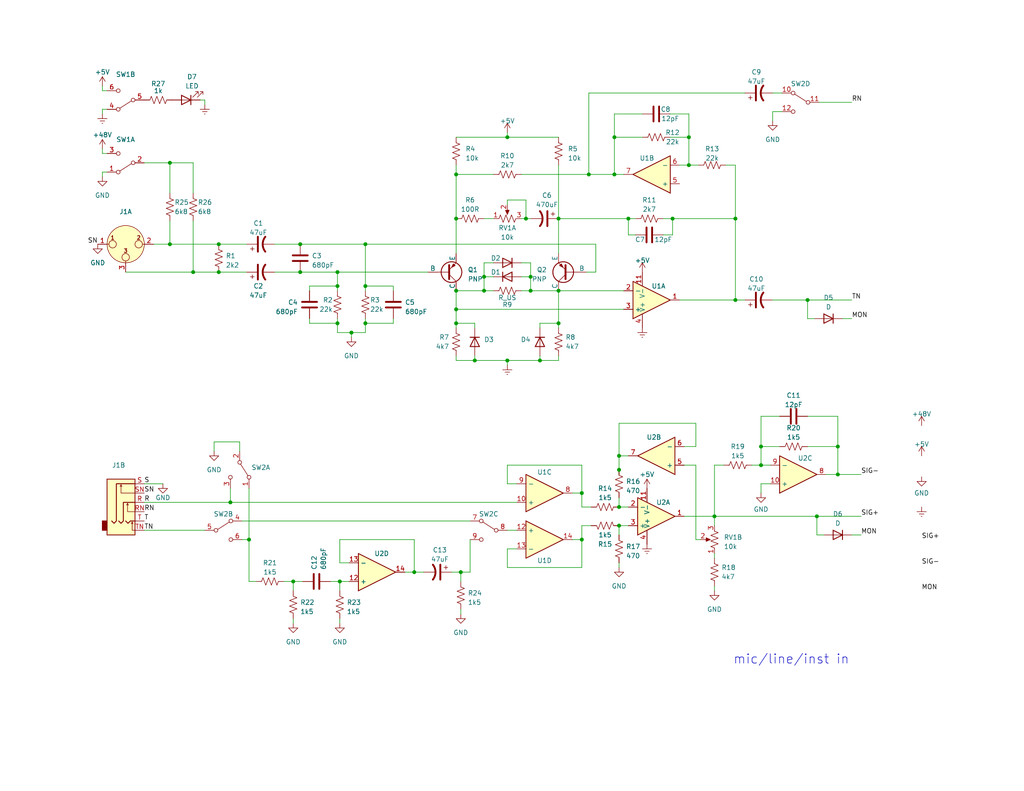
<source format=kicad_sch>
(kicad_sch (version 20230121) (generator eeschema)
  (paper "A")
  (lib_symbols
    (symbol "Connector_Audio:XLR3_AudioJack3_Combo_Switch" (pin_names hide)
      (property "Reference" "J" (at 0 10.16 0))
      (property "Value" "XLR3_AudioJack3_Combo_Switch" (at 0 7.62 0))
      (symbol "XLR3_AudioJack3_Combo_Switch_1_1"
        (circle (center -3.556 0) (radius 1.016))
        (circle (center 0 -3.556) (radius 1.016))
        (polyline (pts (xy -5.08 0) (xy -4.572 0)))
        (polyline (pts (xy 0 -5.08) (xy 0 -4.572)))
        (polyline (pts (xy 5.08 0) (xy 4.572 0)))
        (circle (center 0 0) (radius 5.08) (fill (type background)))
        (circle (center 3.556 0) (radius 1.016))
        (text "1" (at -3.556 1.778 0) (effects (font (size 1.016 1.016) bold)))
        (text "2" (at 3.556 1.778 0) (effects (font (size 1.016 1.016) bold)))
        (text "3" (at 0 -1.778 0) (effects (font (size 1.016 1.016) bold)))
        (pin passive line (at -7.62 0 0) (length 2.54) (name "~") (number "1"))
        (pin passive line (at 7.62 0 180) (length 2.54) (name "~") (number "2"))
        (pin passive line (at 0 -7.62 90) (length 2.54) (name "~") (number "3"))
      )
      (symbol "XLR3_AudioJack3_Combo_Switch_2_1"
        (rectangle (start -5.08 -5.08) (end -6.35 -7.62) (stroke (width 0.254)) (fill (type outline)))
        (polyline (pts (xy -1.27 4.826) (xy -1.016 4.318)))
        (polyline (pts (xy 0.508 -0.254) (xy 0.762 -0.762)))
        (polyline (pts (xy 1.778 -5.334) (xy 2.032 -5.842)))
        (polyline (pts (xy 0 -5.08) (xy 0.635 -5.715) (xy 1.27 -5.08) (xy 2.54 -5.08)) (stroke (width 0.254)))
        (polyline (pts (xy 2.54 -7.62) (xy 1.778 -7.62) (xy 1.778 -5.334) (xy 1.524 -5.842)))
        (polyline (pts (xy 2.54 -2.54) (xy 0.508 -2.54) (xy 0.508 -0.254) (xy 0.254 -0.762)))
        (polyline (pts (xy 2.54 2.54) (xy -1.27 2.54) (xy -1.27 4.826) (xy -1.524 4.318)))
        (polyline (pts (xy -1.905 -5.08) (xy -1.27 -5.715) (xy -0.635 -5.08) (xy -0.635 0) (xy 2.54 0)) (stroke (width 0.254)))
        (polyline (pts (xy 2.54 5.08) (xy -2.54 5.08) (xy -2.54 -5.08) (xy -3.175 -5.715) (xy -3.81 -5.08)) (stroke (width 0.254)))
        (rectangle (start 2.54 6.35) (end -5.08 -8.89) (stroke (width 0.254)) (fill (type background)))
        (pin passive line (at 5.08 0 180) (length 2.54) (name "~") (number "R"))
        (pin passive line (at 5.08 -2.54 180) (length 2.54) (name "~") (number "RN"))
        (pin passive line (at 5.08 5.08 180) (length 2.54) (name "~") (number "S"))
        (pin passive line (at 5.08 2.54 180) (length 2.54) (name "~") (number "SN"))
        (pin passive line (at 5.08 -5.08 180) (length 2.54) (name "~") (number "T"))
        (pin passive line (at 5.08 -7.62 180) (length 2.54) (name "~") (number "TN"))
      )
    )
    (symbol "Device:C" (pin_numbers hide) (pin_names (offset 0.254))
      (property "Reference" "C" (at 0.635 2.54 0))
      (property "Value" "C" (at 0.635 -2.54 0))
      (symbol "C_0_1"
        (polyline (pts (xy -2.032 -0.762) (xy 2.032 -0.762)) (stroke (width 0.508)))
        (polyline (pts (xy -2.032 0.762) (xy 2.032 0.762)) (stroke (width 0.508)))
      )
      (symbol "C_1_1"
        (pin passive line (at 0 3.81 270) (length 2.794) (name "~") (number "1"))
        (pin passive line (at 0 -3.81 90) (length 2.794) (name "~") (number "2"))
      )
    )
    (symbol "Device:C_Polarized_US" (pin_numbers hide) (pin_names (offset 0.254) hide)
      (property "Reference" "C" (at 0.635 2.54 0))
      (property "Value" "C_Polarized_US" (at 0.635 -2.54 0))
      (symbol "C_Polarized_US_0_1"
        (polyline (pts (xy -2.032 0.762) (xy 2.032 0.762)) (stroke (width 0.508)))
        (polyline (pts (xy -1.778 2.286) (xy -0.762 2.286)))
        (polyline (pts (xy -1.27 1.778) (xy -1.27 2.794)))
        (arc (start 2.032 -1.27) (mid 0 -0.5572) (end -2.032 -1.27) (stroke (width 0.508)))
      )
      (symbol "C_Polarized_US_1_1"
        (pin passive line (at 0 3.81 270) (length 2.794) (name "~") (number "1"))
        (pin passive line (at 0 -3.81 90) (length 3.302) (name "~") (number "2"))
      )
    )
    (symbol "Device:D" (pin_numbers hide) (pin_names (offset 1.016) hide)
      (property "Reference" "D" (at 0 2.54 0))
      (property "Value" "D" (at 0 -2.54 0))
      (symbol "D_0_1"
        (polyline (pts (xy -1.27 1.27) (xy -1.27 -1.27)) (stroke (width 0.254)))
        (polyline (pts (xy 1.27 0) (xy -1.27 0)))
        (polyline (pts (xy 1.27 1.27) (xy 1.27 -1.27) (xy -1.27 0) (xy 1.27 1.27)) (stroke (width 0.254)))
      )
      (symbol "D_1_1"
        (pin passive line (at -3.81 0 0) (length 2.54) (name "K") (number "1"))
        (pin passive line (at 3.81 0 180) (length 2.54) (name "A") (number "2"))
      )
    )
    (symbol "Device:LED" (pin_numbers hide) (pin_names (offset 1.016) hide)
      (property "Reference" "D" (at 0 2.54 0))
      (property "Value" "LED" (at 0 -2.54 0))
      (symbol "LED_0_1"
        (polyline (pts (xy -1.27 -1.27) (xy -1.27 1.27)) (stroke (width 0.254)))
        (polyline (pts (xy -1.27 0) (xy 1.27 0)))
        (polyline (pts (xy 1.27 -1.27) (xy 1.27 1.27) (xy -1.27 0) (xy 1.27 -1.27)) (stroke (width 0.254)))
        (polyline (pts (xy -3.048 -0.762) (xy -4.572 -2.286) (xy -3.81 -2.286) (xy -4.572 -2.286) (xy -4.572 -1.524)))
        (polyline (pts (xy -1.778 -0.762) (xy -3.302 -2.286) (xy -2.54 -2.286) (xy -3.302 -2.286) (xy -3.302 -1.524)))
      )
      (symbol "LED_1_1"
        (pin passive line (at -3.81 0 0) (length 2.54) (name "K") (number "1"))
        (pin passive line (at 3.81 0 180) (length 2.54) (name "A") (number "2"))
      )
    )
    (symbol "Device:Opamp_Quad"
      (property "Reference" "U" (at 0 5.08 0))
      (property "Value" "Opamp_Quad" (at 0 -5.08 0))
      (symbol "Opamp_Quad_1_1"
        (polyline (pts (xy -5.08 5.08) (xy 5.08 0) (xy -5.08 -5.08) (xy -5.08 5.08)) (stroke (width 0.254)) (fill (type background)))
        (pin output line (at 7.62 0 180) (length 2.54) (name "~") (number "1"))
        (pin input line (at -7.62 -2.54 0) (length 2.54) (name "-") (number "2"))
        (pin input line (at -7.62 2.54 0) (length 2.54) (name "+") (number "3"))
      )
      (symbol "Opamp_Quad_2_1"
        (polyline (pts (xy -5.08 5.08) (xy 5.08 0) (xy -5.08 -5.08) (xy -5.08 5.08)) (stroke (width 0.254)) (fill (type background)))
        (pin input line (at -7.62 2.54 0) (length 2.54) (name "+") (number "5"))
        (pin input line (at -7.62 -2.54 0) (length 2.54) (name "-") (number "6"))
        (pin output line (at 7.62 0 180) (length 2.54) (name "~") (number "7"))
      )
      (symbol "Opamp_Quad_3_1"
        (polyline (pts (xy -5.08 5.08) (xy 5.08 0) (xy -5.08 -5.08) (xy -5.08 5.08)) (stroke (width 0.254)) (fill (type background)))
        (pin input line (at -7.62 2.54 0) (length 2.54) (name "+") (number "10"))
        (pin output line (at 7.62 0 180) (length 2.54) (name "~") (number "8"))
        (pin input line (at -7.62 -2.54 0) (length 2.54) (name "-") (number "9"))
      )
      (symbol "Opamp_Quad_4_1"
        (polyline (pts (xy -5.08 5.08) (xy 5.08 0) (xy -5.08 -5.08) (xy -5.08 5.08)) (stroke (width 0.254)) (fill (type background)))
        (pin input line (at -7.62 2.54 0) (length 2.54) (name "+") (number "12"))
        (pin input line (at -7.62 -2.54 0) (length 2.54) (name "-") (number "13"))
        (pin output line (at 7.62 0 180) (length 2.54) (name "~") (number "14"))
      )
      (symbol "Opamp_Quad_5_1"
        (pin power_in line (at -2.54 -7.62 90) (length 3.81) (name "V-") (number "11"))
        (pin power_in line (at -2.54 7.62 270) (length 3.81) (name "V+") (number "4"))
      )
    )
    (symbol "Device:R_US" (pin_numbers hide) (pin_names (offset 0))
      (property "Reference" "R" (at 2.54 0 90))
      (property "Value" "R_US" (at -2.54 0 90))
      (symbol "R_US_0_1"
        (polyline (pts (xy 0 -2.286) (xy 0 -2.54)))
        (polyline (pts (xy 0 2.286) (xy 0 2.54)))
        (polyline (pts (xy 0 -0.762) (xy 1.016 -1.143) (xy 0 -1.524) (xy -1.016 -1.905) (xy 0 -2.286)))
        (polyline (pts (xy 0 0.762) (xy 1.016 0.381) (xy 0 0) (xy -1.016 -0.381) (xy 0 -0.762)))
        (polyline (pts (xy 0 2.286) (xy 1.016 1.905) (xy 0 1.524) (xy -1.016 1.143) (xy 0 0.762)))
      )
      (symbol "R_US_1_1"
        (pin passive line (at 0 3.81 270) (length 1.27) (name "~") (number "1"))
        (pin passive line (at 0 -3.81 90) (length 1.27) (name "~") (number "2"))
      )
    )
    (symbol "Simulation_SPICE:PNP" (pin_numbers hide) (pin_names (offset 0))
      (property "Reference" "Q" (at -2.54 7.62 0))
      (property "Value" "PNP" (at -2.54 5.08 0))
      (symbol "PNP_0_1"
        (polyline (pts (xy -2.54 0) (xy 0.635 0)) (stroke (width 0.1524)))
        (polyline (pts (xy 0.635 0.635) (xy 2.54 2.54)))
        (polyline (pts (xy 0.635 -0.635) (xy 2.54 -2.54) (xy 2.54 -2.54)))
        (polyline (pts (xy 0.635 1.905) (xy 0.635 -1.905) (xy 0.635 -1.905)) (stroke (width 0.508)))
        (polyline (pts (xy 2.286 -1.778) (xy 1.778 -2.286) (xy 1.27 -1.27) (xy 2.286 -1.778) (xy 2.286 -1.778)) (fill (type outline)))
        (circle (center 1.27 0) (radius 2.8194) (stroke (width 0.254)))
      )
      (symbol "PNP_1_1"
        (pin open_collector line (at 2.54 5.08 270) (length 2.54) (name "C") (number "1"))
        (pin input line (at -5.08 0 0) (length 2.54) (name "B") (number "2"))
        (pin open_emitter line (at 2.54 -5.08 90) (length 2.54) (name "E") (number "3"))
      )
    )
    (symbol "Switch:SW_DPDT_x2" (pin_names (offset 0) hide)
      (property "Reference" "SW" (at 0 4.318 0))
      (property "Value" "SW_DPDT_x2" (at 0 -5.08 0))
      (symbol "SW_DPDT_x2_0_0"
        (circle (center -2.032 0) (radius 0.508))
        (circle (center 2.032 -2.54) (radius 0.508))
      )
      (symbol "SW_DPDT_x2_0_1"
        (polyline (pts (xy -1.524 0.254) (xy 1.651 2.286)))
        (circle (center 2.032 2.54) (radius 0.508))
      )
      (symbol "SW_DPDT_x2_1_1"
        (pin passive line (at 5.08 2.54 180) (length 2.54) (name "A") (number "1"))
        (pin passive line (at -5.08 0 0) (length 2.54) (name "B") (number "2"))
        (pin passive line (at 5.08 -2.54 180) (length 2.54) (name "C") (number "3"))
      )
      (symbol "SW_DPDT_x2_2_1"
        (pin passive line (at 5.08 2.54 180) (length 2.54) (name "A") (number "4"))
        (pin passive line (at -5.08 0 0) (length 2.54) (name "B") (number "5"))
        (pin passive line (at 5.08 -2.54 180) (length 2.54) (name "C") (number "6"))
      )
    )
    (symbol "openmic:R_Potentiometer_US_Dual" (pin_names (offset 1.016) hide)
      (property "Reference" "RV" (at -4.445 0 90))
      (property "Value" "R_Potentiometer_US_Dual" (at -2.54 0 90))
      (symbol "R_Potentiometer_US_Dual_0_1"
        (polyline (pts (xy 0 -2.286) (xy 0 -2.54)))
        (polyline (pts (xy 0 2.54) (xy 0 2.286)))
        (polyline (pts (xy 2.54 0) (xy 1.524 0)))
        (polyline (pts (xy 1.143 0) (xy 2.286 0.508) (xy 2.286 -0.508) (xy 1.143 0)) (fill (type outline)))
        (polyline (pts (xy 0 -0.762) (xy 1.016 -1.143) (xy 0 -1.524) (xy -1.016 -1.905) (xy 0 -2.286)))
        (polyline (pts (xy 0 0.762) (xy 1.016 0.381) (xy 0 0) (xy -1.016 -0.381) (xy 0 -0.762)))
        (polyline (pts (xy 0 2.286) (xy 1.016 1.905) (xy 0 1.524) (xy -1.016 1.143) (xy 0 0.762)))
      )
      (symbol "R_Potentiometer_US_Dual_1_1"
        (pin passive line (at 0 3.81 270) (length 1.27) (name "1") (number "1"))
        (pin passive line (at 3.81 0 180) (length 1.27) (name "2") (number "2"))
        (pin passive line (at 0 -3.81 90) (length 1.27) (name "3") (number "3"))
      )
      (symbol "R_Potentiometer_US_Dual_2_1"
        (pin passive line (at 0 3.81 270) (length 1.27) (name "1") (number "1"))
        (pin passive line (at 3.81 0 180) (length 1.27) (name "2") (number "2"))
        (pin passive line (at 0 -3.81 90) (length 1.27) (name "3") (number "3"))
      )
    )
    (symbol "openmic:SW_4PDT_x4" (pin_names (offset 0) hide)
      (property "Reference" "SW" (at 0 4.318 0))
      (property "Value" "SW_4PDT_x4" (at 0 -5.08 0))
      (symbol "SW_4PDT_x4_0_0"
        (circle (center -2.032 0) (radius 0.508))
        (circle (center 2.032 -2.54) (radius 0.508))
      )
      (symbol "SW_4PDT_x4_0_1"
        (polyline (pts (xy -1.524 0.254) (xy 1.651 2.286)))
        (circle (center 2.032 2.54) (radius 0.508))
      )
      (symbol "SW_4PDT_x4_1_1"
        (pin passive line (at 5.08 2.54 180) (length 2.54) (name "A") (number "1"))
        (pin passive line (at -5.08 0 0) (length 2.54) (name "B") (number "2"))
        (pin passive line (at 5.08 -2.54 180) (length 2.54) (name "C") (number "3"))
      )
      (symbol "SW_4PDT_x4_2_1"
        (pin passive line (at 5.08 2.54 180) (length 2.54) (name "A") (number "4"))
        (pin passive line (at -5.08 0 0) (length 2.54) (name "B") (number "5"))
        (pin passive line (at 5.08 -2.54 180) (length 2.54) (name "C") (number "6"))
      )
      (symbol "SW_4PDT_x4_3_1"
        (pin passive line (at 5.08 2.54 180) (length 2.54) (name "A") (number "7"))
        (pin passive line (at -5.08 0 0) (length 2.54) (name "B") (number "8"))
        (pin passive line (at 5.08 -2.54 180) (length 2.54) (name "C") (number "9"))
      )
      (symbol "SW_4PDT_x4_4_1"
        (pin passive line (at 5.08 2.54 180) (length 2.54) (name "A") (number "10"))
        (pin passive line (at -5.08 0 0) (length 2.54) (name "B") (number "11"))
        (pin passive line (at 5.08 -2.54 180) (length 2.54) (name "C") (number "12"))
      )
    )
    (symbol "power:+48V" (power) (pin_names (offset 0))
      (property "Value" "+48V" (at 0 3.556 0))
      (symbol "+48V_0_1"
        (polyline (pts (xy -0.762 1.27) (xy 0 2.54)))
        (polyline (pts (xy 0 0) (xy 0 2.54)))
        (polyline (pts (xy 0 2.54) (xy 0.762 1.27)))
      )
      (symbol "+48V_1_1"
        (pin power_in line (at 0 0 90) (length 0) hide (name "+48V") (number "1"))
      )
    )
    (symbol "power:+5V" (power) (pin_names (offset 0))
      (property "Value" "+5V" (at 0 3.556 0))
      (symbol "+5V_0_1"
        (polyline (pts (xy -0.762 1.27) (xy 0 2.54)))
        (polyline (pts (xy 0 0) (xy 0 2.54)))
        (polyline (pts (xy 0 2.54) (xy 0.762 1.27)))
      )
      (symbol "+5V_1_1"
        (pin power_in line (at 0 0 90) (length 0) hide (name "+5V") (number "1"))
      )
    )
    (symbol "power:Earth" (power) (pin_names (offset 0))
      (symbol "Earth_0_1"
        (polyline (pts (xy -0.635 -1.905) (xy 0.635 -1.905)))
        (polyline (pts (xy -0.127 -2.54) (xy 0.127 -2.54)))
        (polyline (pts (xy 0 -1.27) (xy 0 0)))
        (polyline (pts (xy 1.27 -1.27) (xy -1.27 -1.27)))
      )
      (symbol "Earth_1_1"
        (pin power_in line (at 0 0 270) (length 0) hide (name "Earth") (number "1"))
      )
    )
    (symbol "power:GND" (power) (pin_names (offset 0))
      (property "Value" "GND" (at 0 -3.81 0))
      (symbol "GND_0_1"
        (polyline (pts (xy 0 0) (xy 0 -1.27) (xy 1.27 -1.27) (xy 0 -2.54) (xy -1.27 -1.27) (xy 0 -1.27)))
      )
      (symbol "GND_1_1"
        (pin power_in line (at 0 0 270) (length 0) hide (name "GND") (number "1"))
      )
    )
  )
  (junction (at 194.945 140.97))
  (junction (at 81.915 66.675))
  (junction (at 228.6 129.54))
  (junction (at 158.75 147.32))
  (junction (at 132.08 75.565))
  (junction (at 138.43 37.465))
  (junction (at 92.71 158.75))
  (junction (at 46.355 66.675))
  (junction (at 124.46 84.455))
  (junction (at 168.91 143.51))
  (junction (at 183.515 59.69))
  (junction (at 124.46 59.69))
  (junction (at 187.96 37.465))
  (junction (at 152.4 88.265))
  (junction (at 99.695 66.675))
  (junction (at 80.01 158.75))
  (junction (at 132.08 79.375))
  (junction (at 158.75 134.62))
  (junction (at 99.695 78.105))
  (junction (at 200.66 81.915))
  (junction (at 167.64 47.625))
  (junction (at 81.915 74.295))
  (junction (at 67.945 147.32))
  (junction (at 144.78 79.375))
  (junction (at 59.69 66.675))
  (junction (at 207.645 127))
  (junction (at 167.64 37.465))
  (junction (at 144.78 75.565))
  (junction (at 168.91 128.27))
  (junction (at 187.96 45.085))
  (junction (at 222.885 140.97))
  (junction (at 99.695 88.265))
  (junction (at 171.45 59.69))
  (junction (at 52.705 74.295))
  (junction (at 207.645 121.92))
  (junction (at 228.6 121.92))
  (junction (at 92.075 74.295))
  (junction (at 160.655 47.625))
  (junction (at 124.46 88.265))
  (junction (at 143.51 59.69))
  (junction (at 124.46 79.375))
  (junction (at 168.91 124.46))
  (junction (at 152.4 79.375))
  (junction (at 168.91 138.43))
  (junction (at 220.345 81.915))
  (junction (at 147.32 98.425))
  (junction (at 92.075 78.105))
  (junction (at 200.66 59.69))
  (junction (at 152.4 59.69))
  (junction (at 113.03 156.21))
  (junction (at 92.075 88.265))
  (junction (at 138.43 98.425))
  (junction (at 46.355 44.45))
  (junction (at 124.46 47.625))
  (junction (at 59.69 74.295))
  (junction (at 95.885 90.805))
  (junction (at 125.73 156.21))
  (junction (at 129.54 98.425))
  (junction (at 62.865 137.16))
  (wire (pts (xy 92.71 147.32) (xy 113.03 147.32)))
  (wire (pts (xy 92.075 88.265) (xy 92.075 86.995)))
  (wire (pts (xy 39.37 137.16) (xy 62.865 137.16)))
  (wire (pts (xy 66.04 142.24) (xy 128.27 142.24)))
  (wire (pts (xy 124.46 47.625) (xy 124.46 59.69)))
  (wire (pts (xy 138.43 54.61) (xy 143.51 54.61)))
  (wire (pts (xy 175.26 31.115) (xy 167.64 31.115)))
  (wire (pts (xy 194.945 140.97) (xy 222.885 140.97)))
  (wire (pts (xy 46.355 44.45) (xy 52.705 44.45)))
  (wire (pts (xy 39.37 44.45) (xy 46.355 44.45)))
  (wire (pts (xy 142.24 79.375) (xy 144.78 79.375)))
  (wire (pts (xy 67.945 147.32) (xy 66.04 147.32)))
  (wire (pts (xy 200.66 59.69) (xy 200.66 81.915)))
  (wire (pts (xy 180.975 64.135) (xy 183.515 64.135)))
  (wire (pts (xy 205.105 127) (xy 207.645 127)))
  (wire (pts (xy 107.315 78.105) (xy 107.315 79.375)))
  (wire (pts (xy 124.46 79.375) (xy 132.08 79.375)))
  (wire (pts (xy 194.945 161.29) (xy 194.945 160.02)))
  (wire (pts (xy 194.945 127) (xy 197.485 127)))
  (wire (pts (xy 207.645 134.62) (xy 207.645 132.08)))
  (wire (pts (xy 80.01 158.75) (xy 82.55 158.75)))
  (wire (pts (xy 84.455 88.265) (xy 92.075 88.265)))
  (wire (pts (xy 29.21 24.765) (xy 27.94 24.765)))
  (wire (pts (xy 84.455 78.105) (xy 84.455 79.375)))
  (wire (pts (xy 152.4 79.375) (xy 152.4 88.265)))
  (wire (pts (xy 27.94 29.845) (xy 29.21 29.845)))
  (wire (pts (xy 129.54 97.155) (xy 129.54 98.425)))
  (wire (pts (xy 210.82 30.48) (xy 213.36 30.48)))
  (wire (pts (xy 124.46 97.155) (xy 124.46 98.425)))
  (wire (pts (xy 62.865 137.16) (xy 140.97 137.16)))
  (wire (pts (xy 55.88 28.575) (xy 55.88 27.305)))
  (wire (pts (xy 207.645 113.665) (xy 212.725 113.665)))
  (wire (pts (xy 27.94 46.99) (xy 29.21 46.99)))
  (wire (pts (xy 92.71 153.67) (xy 92.71 147.32)))
  (wire (pts (xy 228.6 121.92) (xy 220.345 121.92)))
  (wire (pts (xy 200.66 81.915) (xy 203.2 81.915)))
  (wire (pts (xy 84.455 88.265) (xy 84.455 86.995)))
  (wire (pts (xy 138.43 132.08) (xy 140.97 132.08)))
  (wire (pts (xy 183.515 64.135) (xy 183.515 59.69)))
  (wire (pts (xy 92.075 74.295) (xy 116.84 74.295)))
  (wire (pts (xy 143.51 59.69) (xy 144.78 59.69)))
  (wire (pts (xy 173.355 64.135) (xy 171.45 64.135)))
  (wire (pts (xy 168.91 135.89) (xy 168.91 138.43)))
  (wire (pts (xy 124.46 84.455) (xy 170.18 84.455)))
  (wire (pts (xy 220.345 86.995) (xy 220.345 81.915)))
  (wire (pts (xy 46.355 66.675) (xy 59.69 66.675)))
  (wire (pts (xy 189.865 147.32) (xy 189.865 127)))
  (wire (pts (xy 194.945 143.51) (xy 194.945 140.97)))
  (wire (pts (xy 59.69 74.295) (xy 67.31 74.295)))
  (wire (pts (xy 228.6 121.92) (xy 228.6 129.54)))
  (wire (pts (xy 158.75 147.32) (xy 158.75 143.51)))
  (wire (pts (xy 152.4 59.69) (xy 152.4 69.215)))
  (wire (pts (xy 138.43 98.425) (xy 138.43 99.695)))
  (wire (pts (xy 183.515 59.69) (xy 200.66 59.69)))
  (wire (pts (xy 144.78 79.375) (xy 152.4 79.375)))
  (wire (pts (xy 132.08 79.375) (xy 134.62 79.375)))
  (wire (pts (xy 113.03 156.21) (xy 115.57 156.21)))
  (wire (pts (xy 168.91 124.46) (xy 171.45 124.46)))
  (wire (pts (xy 182.88 31.115) (xy 187.96 31.115)))
  (wire (pts (xy 27.94 24.765) (xy 27.94 23.495)))
  (wire (pts (xy 187.96 45.085) (xy 190.5 45.085)))
  (wire (pts (xy 80.01 170.18) (xy 80.01 168.91)))
  (wire (pts (xy 160.655 25.4) (xy 203.2 25.4)))
  (wire (pts (xy 58.42 123.19) (xy 58.42 120.65)))
  (wire (pts (xy 200.66 45.085) (xy 200.66 59.69)))
  (wire (pts (xy 168.91 124.46) (xy 168.91 128.27)))
  (wire (pts (xy 65.405 120.65) (xy 65.405 123.19)))
  (wire (pts (xy 189.865 115.57) (xy 168.91 115.57)))
  (wire (pts (xy 81.915 66.675) (xy 99.695 66.675)))
  (wire (pts (xy 168.91 143.51) (xy 171.45 143.51)))
  (wire (pts (xy 162.56 74.295) (xy 162.56 66.675)))
  (wire (pts (xy 132.08 59.69) (xy 134.62 59.69)))
  (wire (pts (xy 92.71 158.75) (xy 95.25 158.75)))
  (wire (pts (xy 132.08 75.565) (xy 132.08 79.375)))
  (wire (pts (xy 95.885 90.805) (xy 99.695 90.805)))
  (wire (pts (xy 27.94 40.64) (xy 27.94 41.91)))
  (wire (pts (xy 41.91 66.675) (xy 46.355 66.675)))
  (wire (pts (xy 225.425 129.54) (xy 228.6 129.54)))
  (wire (pts (xy 207.645 127) (xy 207.645 121.92)))
  (wire (pts (xy 207.645 113.665) (xy 207.645 121.92)))
  (wire (pts (xy 210.82 81.915) (xy 220.345 81.915)))
  (wire (pts (xy 92.71 158.75) (xy 92.71 161.29)))
  (wire (pts (xy 67.945 158.75) (xy 69.85 158.75)))
  (wire (pts (xy 156.21 147.32) (xy 158.75 147.32)))
  (wire (pts (xy 232.41 146.05) (xy 234.95 146.05)))
  (wire (pts (xy 59.69 66.675) (xy 67.31 66.675)))
  (wire (pts (xy 228.6 113.665) (xy 228.6 121.92)))
  (wire (pts (xy 144.78 75.565) (xy 144.78 79.375)))
  (wire (pts (xy 92.075 74.295) (xy 81.915 74.295)))
  (wire (pts (xy 185.42 81.915) (xy 200.66 81.915)))
  (wire (pts (xy 160.655 47.625) (xy 160.655 25.4)))
  (wire (pts (xy 200.66 45.085) (xy 198.12 45.085)))
  (wire (pts (xy 27.94 48.26) (xy 27.94 46.99)))
  (wire (pts (xy 207.645 132.08) (xy 210.185 132.08)))
  (wire (pts (xy 168.91 153.67) (xy 168.91 154.94)))
  (wire (pts (xy 138.43 127) (xy 138.43 132.08)))
  (wire (pts (xy 156.21 134.62) (xy 158.75 134.62)))
  (wire (pts (xy 158.75 134.62) (xy 158.75 127)))
  (wire (pts (xy 46.355 60.325) (xy 46.355 66.675)))
  (wire (pts (xy 186.69 127) (xy 189.865 127)))
  (wire (pts (xy 187.96 45.085) (xy 185.42 45.085)))
  (wire (pts (xy 138.43 154.94) (xy 138.43 149.86)))
  (wire (pts (xy 74.93 66.675) (xy 81.915 66.675)))
  (wire (pts (xy 58.42 120.65) (xy 65.405 120.65)))
  (wire (pts (xy 34.29 74.295) (xy 52.705 74.295)))
  (wire (pts (xy 92.075 78.105) (xy 92.075 79.375)))
  (wire (pts (xy 189.865 121.92) (xy 189.865 115.57)))
  (wire (pts (xy 27.94 41.91) (xy 29.21 41.91)))
  (wire (pts (xy 52.705 74.295) (xy 59.69 74.295)))
  (wire (pts (xy 168.91 115.57) (xy 168.91 124.46)))
  (wire (pts (xy 125.73 156.21) (xy 128.27 156.21)))
  (wire (pts (xy 158.75 134.62) (xy 158.75 138.43)))
  (wire (pts (xy 183.515 59.69) (xy 180.975 59.69)))
  (wire (pts (xy 132.08 71.755) (xy 134.62 71.755)))
  (wire (pts (xy 110.49 156.21) (xy 113.03 156.21)))
  (wire (pts (xy 138.43 36.195) (xy 138.43 37.465)))
  (wire (pts (xy 142.24 59.69) (xy 143.51 59.69)))
  (wire (pts (xy 99.695 88.265) (xy 107.315 88.265)))
  (wire (pts (xy 113.03 147.32) (xy 113.03 156.21)))
  (wire (pts (xy 90.17 158.75) (xy 92.71 158.75)))
  (wire (pts (xy 171.45 59.69) (xy 173.355 59.69)))
  (wire (pts (xy 77.47 158.75) (xy 80.01 158.75)))
  (wire (pts (xy 143.51 54.61) (xy 143.51 59.69)))
  (wire (pts (xy 158.75 154.94) (xy 138.43 154.94)))
  (wire (pts (xy 99.695 90.805) (xy 99.695 88.265)))
  (wire (pts (xy 124.46 84.455) (xy 124.46 88.265)))
  (wire (pts (xy 129.54 88.265) (xy 124.46 88.265)))
  (wire (pts (xy 99.695 66.675) (xy 162.56 66.675)))
  (wire (pts (xy 187.96 37.465) (xy 187.96 45.085)))
  (wire (pts (xy 95.885 90.805) (xy 95.885 92.075)))
  (wire (pts (xy 210.82 25.4) (xy 213.36 25.4)))
  (wire (pts (xy 107.315 88.265) (xy 107.315 86.995)))
  (wire (pts (xy 187.96 31.115) (xy 187.96 37.465)))
  (wire (pts (xy 124.46 37.465) (xy 138.43 37.465)))
  (wire (pts (xy 138.43 149.86) (xy 140.97 149.86)))
  (wire (pts (xy 84.455 78.105) (xy 92.075 78.105)))
  (wire (pts (xy 80.01 161.29) (xy 80.01 158.75)))
  (wire (pts (xy 124.46 98.425) (xy 129.54 98.425)))
  (wire (pts (xy 52.705 44.45) (xy 52.705 52.705)))
  (wire (pts (xy 210.82 33.02) (xy 210.82 30.48)))
  (wire (pts (xy 138.43 54.61) (xy 138.43 55.88)))
  (wire (pts (xy 67.945 158.75) (xy 67.945 147.32)))
  (wire (pts (xy 125.73 156.21) (xy 125.73 158.75)))
  (wire (pts (xy 158.75 127) (xy 138.43 127)))
  (wire (pts (xy 132.08 75.565) (xy 132.08 71.755)))
  (wire (pts (xy 223.52 27.94) (xy 232.41 27.94)))
  (wire (pts (xy 92.71 170.18) (xy 92.71 168.91)))
  (wire (pts (xy 152.4 79.375) (xy 170.18 79.375)))
  (wire (pts (xy 124.46 47.625) (xy 134.62 47.625)))
  (wire (pts (xy 124.46 79.375) (xy 124.46 84.455)))
  (wire (pts (xy 142.24 71.755) (xy 144.78 71.755)))
  (wire (pts (xy 144.78 71.755) (xy 144.78 75.565)))
  (wire (pts (xy 222.885 146.05) (xy 222.885 140.97)))
  (wire (pts (xy 124.46 45.085) (xy 124.46 47.625)))
  (wire (pts (xy 160.655 47.625) (xy 167.64 47.625)))
  (wire (pts (xy 123.19 156.21) (xy 125.73 156.21)))
  (wire (pts (xy 74.93 74.295) (xy 81.915 74.295)))
  (wire (pts (xy 67.945 133.35) (xy 67.945 147.32)))
  (wire (pts (xy 124.46 88.265) (xy 124.46 89.535)))
  (wire (pts (xy 168.91 146.05) (xy 168.91 143.51)))
  (wire (pts (xy 152.4 98.425) (xy 152.4 97.155)))
  (wire (pts (xy 168.91 129.54) (xy 168.91 128.27)))
  (wire (pts (xy 152.4 45.085) (xy 152.4 59.69)))
  (wire (pts (xy 129.54 88.265) (xy 129.54 89.535)))
  (wire (pts (xy 55.88 27.305) (xy 54.61 27.305)))
  (wire (pts (xy 182.88 37.465) (xy 187.96 37.465)))
  (wire (pts (xy 147.32 88.265) (xy 147.32 89.535)))
  (wire (pts (xy 147.32 88.265) (xy 152.4 88.265)))
  (wire (pts (xy 128.27 156.21) (xy 128.27 147.32)))
  (wire (pts (xy 46.355 44.45) (xy 46.355 52.705)))
  (wire (pts (xy 138.43 37.465) (xy 152.4 37.465)))
  (wire (pts (xy 147.32 98.425) (xy 152.4 98.425)))
  (wire (pts (xy 92.075 78.105) (xy 92.075 74.295)))
  (wire (pts (xy 194.945 151.13) (xy 194.945 152.4)))
  (wire (pts (xy 147.32 97.155) (xy 147.32 98.425)))
  (wire (pts (xy 142.24 75.565) (xy 144.78 75.565)))
  (wire (pts (xy 207.645 121.92) (xy 212.725 121.92)))
  (wire (pts (xy 167.64 37.465) (xy 175.26 37.465)))
  (wire (pts (xy 158.75 138.43) (xy 161.29 138.43)))
  (wire (pts (xy 95.25 153.67) (xy 92.71 153.67)))
  (wire (pts (xy 224.79 146.05) (xy 222.885 146.05)))
  (wire (pts (xy 189.865 147.32) (xy 191.135 147.32)))
  (wire (pts (xy 152.4 59.69) (xy 171.45 59.69)))
  (wire (pts (xy 138.43 144.78) (xy 140.97 144.78)))
  (wire (pts (xy 194.945 127) (xy 194.945 140.97)))
  (wire (pts (xy 129.54 98.425) (xy 138.43 98.425)))
  (wire (pts (xy 194.945 140.97) (xy 186.69 140.97)))
  (wire (pts (xy 92.075 90.805) (xy 92.075 88.265)))
  (wire (pts (xy 39.37 132.08) (xy 44.45 132.08)))
  (wire (pts (xy 167.64 31.115) (xy 167.64 37.465)))
  (wire (pts (xy 27.94 31.115) (xy 27.94 29.845)))
  (wire (pts (xy 125.73 167.64) (xy 125.73 166.37)))
  (wire (pts (xy 167.64 37.465) (xy 167.64 47.625)))
  (wire (pts (xy 62.865 133.35) (xy 62.865 137.16)))
  (wire (pts (xy 134.62 75.565) (xy 132.08 75.565)))
  (wire (pts (xy 220.345 113.665) (xy 228.6 113.665)))
  (wire (pts (xy 171.45 64.135) (xy 171.45 59.69)))
  (wire (pts (xy 99.695 88.265) (xy 99.695 86.995)))
  (wire (pts (xy 207.645 127) (xy 210.185 127)))
  (wire (pts (xy 152.4 88.265) (xy 152.4 89.535)))
  (wire (pts (xy 39.37 144.78) (xy 55.88 144.78)))
  (wire (pts (xy 222.885 140.97) (xy 234.95 140.97)))
  (wire (pts (xy 167.64 47.625) (xy 170.18 47.625)))
  (wire (pts (xy 160.02 74.295) (xy 162.56 74.295)))
  (wire (pts (xy 158.75 147.32) (xy 158.75 154.94)))
  (wire (pts (xy 158.75 143.51) (xy 161.29 143.51)))
  (wire (pts (xy 228.6 129.54) (xy 234.95 129.54)))
  (wire (pts (xy 168.91 138.43) (xy 171.45 138.43)))
  (wire (pts (xy 186.69 121.92) (xy 189.865 121.92)))
  (wire (pts (xy 99.695 78.105) (xy 107.315 78.105)))
  (wire (pts (xy 92.075 90.805) (xy 95.885 90.805)))
  (wire (pts (xy 99.695 78.105) (xy 99.695 79.375)))
  (wire (pts (xy 138.43 98.425) (xy 147.32 98.425)))
  (wire (pts (xy 142.24 47.625) (xy 160.655 47.625)))
  (wire (pts (xy 220.345 81.915) (xy 232.41 81.915)))
  (wire (pts (xy 99.695 78.105) (xy 99.695 66.675)))
  (wire (pts (xy 124.46 59.69) (xy 124.46 69.215)))
  (wire (pts (xy 222.25 86.995) (xy 220.345 86.995)))
  (wire (pts (xy 229.87 86.995) (xy 232.41 86.995)))
  (wire (pts (xy 52.705 60.325) (xy 52.705 74.295)))
  (text "mic/line/inst in" (at 200.025 181.61 0) (effects (font (size 2.54 2.54)) (justify left bottom)))
  (label "SIG-" (at 234.95 129.54 0))
  (label "RN" (at 232.41 27.94 0))
  (label "SIG+" (at 234.95 140.97 0))
  (label "RN" (at 39.37 139.7 0))
  (label "TN" (at 232.41 81.915 0))
  (label "MON" (at 234.95 146.05 0))
  (label "MON" (at 232.41 86.995 0))
  (label "SN" (at 26.67 66.675 180))
  (label "T" (at 39.37 142.24 0))
  (label "MON" (at 251.46 161.29 0))
  (label "SIG+" (at 251.46 147.32 0))
  (label "TN" (at 39.37 144.78 0))
  (label "S" (at 39.37 132.08 0))
  (label "SN" (at 39.37 134.62 0))
  (label "SIG-" (at 251.46 154.305 0))
  (label "R" (at 39.37 137.16 0))
  (symbol (lib_id "Device:D") (at 228.6 146.05 0) (mirror y) (unit 1)
    (property "Reference" "D6" (at 228.6 140.335 0))
    (property "Value" "D" (at 228.6 142.875 0))
    (property "Sim.Device" "D" (effects hide))
    (property "Sim.Pins" "1=K 2=A" (effects hide))
  )
  (symbol (lib_id "power:+48V") (at 27.94 40.64 0) (mirror y) (unit 1)
    (property "Reference" "#PWR018" (effects hide))
    (property "Value" "+48V" (at 27.94 36.83 0))
  )
  (symbol (lib_id "Device:C_Polarized_US") (at 148.59 59.69 270) (unit 1)
    (property "Reference" "C6" (at 149.225 53.34 90))
    (property "Value" "470uF" (at 149.225 55.88 90))
  )
  (symbol (lib_id "Device:R_US") (at 165.1 143.51 90) (mirror x) (unit 1)
    (property "Reference" "R15" (at 165.1 148.59 90))
    (property "Value" "1k5" (at 165.1 146.05 90))
  )
  (symbol (lib_id "power:+48V") (at 251.46 116.205 0) (mirror y) (unit 1)
    (property "Reference" "#PWR023" (effects hide))
    (property "Value" "+48V" (at 251.46 113.03 0))
  )
  (symbol (lib_id "power:+5V") (at 138.43 36.195 0) (unit 1)
    (property "Reference" "#PWR03" (effects hide))
    (property "Value" "+5V" (at 138.43 33.02 0))
  )
  (symbol (lib_id "Device:D") (at 147.32 93.345 90) (mirror x) (unit 1)
    (property "Reference" "D4" (at 144.78 92.71 90) (effects (justify left)))
    (property "Value" "D" (effects hide))
    (property "Sim.Device" "D" (effects hide))
    (property "Sim.Pins" "1=K 2=A" (effects hide))
  )
  (symbol (lib_id "Device:R_US") (at 168.91 132.08 0) (unit 1)
    (property "Reference" "R16" (at 170.815 131.445 0) (effects (justify left)))
    (property "Value" "470" (at 170.815 133.985 0) (effects (justify left)))
  )
  (symbol (lib_id "openmic:SW_4PDT_x4") (at 65.405 128.27 270) (unit 1)
    (property "Reference" "SW2" (at 68.58 127.635 90) (effects (justify left)))
    (property "Value" "SW_4PDT_x4" (effects hide))
  )
  (symbol (lib_id "Device:R_US") (at 168.91 149.86 0) (unit 1)
    (property "Reference" "R17" (at 170.815 149.225 0) (effects (justify left)))
    (property "Value" "470" (at 170.815 151.765 0) (effects (justify left)))
  )
  (symbol (lib_id "openmic:SW_4PDT_x4") (at 218.44 27.94 0) (mirror y) (unit 4)
    (property "Reference" "SW2" (at 218.44 22.86 0))
    (property "Value" "SW_4PDT_x4" (effects hide))
  )
  (symbol (lib_id "openmic:SW_4PDT_x4") (at 133.35 144.78 0) (mirror y) (unit 3)
    (property "Reference" "SW2" (at 133.35 140.335 0))
    (property "Value" "SW_4PDT_x4" (effects hide))
  )
  (symbol (lib_id "openmic:R_Potentiometer_US_Dual") (at 138.43 59.69 90) (unit 1)
    (property "Reference" "RV1" (at 138.43 62.23 90))
    (property "Value" "10k" (at 138.43 64.77 90))
  )
  (symbol (lib_id "Device:R_US") (at 73.66 158.75 90) (unit 1)
    (property "Reference" "R21" (at 73.66 153.67 90))
    (property "Value" "1k5" (at 73.66 156.21 90))
  )
  (symbol (lib_id "power:GND") (at 26.67 66.675 0) (unit 1)
    (property "Reference" "#PWR016" (effects hide))
    (property "Value" "GND" (at 26.67 71.755 0))
  )
  (symbol (lib_id "power:Earth") (at 27.94 31.115 0) (unit 1)
    (property "Reference" "#PWR024" (effects hide))
    (property "Value" "Earth" (effects hide))
  )
  (symbol (lib_id "Device:R_US") (at 216.535 121.92 90) (unit 1)
    (property "Reference" "R20" (at 216.535 116.84 90))
    (property "Value" "1k5" (at 216.535 119.38 90))
  )
  (symbol (lib_id "Connector_Audio:XLR3_AudioJack3_Combo_Switch") (at 34.29 66.675 0) (unit 1)
    (property "Reference" "J1" (at 34.29 57.785 0))
    (property "Value" "XLR3_AudioJack3_Combo_Switch" (effects hide))
    (property "Datasheet" " ~" (effects hide))
  )
  (symbol (lib_id "power:+5V") (at 175.26 74.295 0) (unit 1)
    (property "Reference" "#PWR02" (effects hide))
    (property "Value" "+5V" (at 175.26 71.12 0))
  )
  (symbol (lib_id "Device:D") (at 138.43 71.755 180) (unit 1)
    (property "Reference" "D2" (at 135.255 70.485 0))
    (property "Value" "D" (effects hide))
    (property "Sim.Device" "D" (effects hide))
    (property "Sim.Pins" "1=K 2=A" (effects hide))
  )
  (symbol (lib_id "Device:C_Polarized_US") (at 119.38 156.21 270) (unit 1)
    (property "Reference" "C13" (at 120.015 150.1648 90))
    (property "Value" "47uF" (at 120.015 152.7048 90))
  )
  (symbol (lib_id "Device:R_US") (at 179.07 37.465 90) (unit 1)
    (property "Reference" "R12" (at 183.515 36.195 90))
    (property "Value" "22k" (at 183.515 38.735 90))
  )
  (symbol (lib_id "Device:Opamp_Quad") (at 148.59 147.32 0) (unit 4)
    (property "Reference" "U1" (at 148.59 153.035 0))
    (property "Value" "Opamp_Quad" (effects hide))
  )
  (symbol (lib_id "Device:R_US") (at 138.43 47.625 90) (unit 1)
    (property "Reference" "R10" (at 138.43 42.545 90))
    (property "Value" "2k7" (at 138.43 45.085 90))
  )
  (symbol (lib_id "Device:Opamp_Quad") (at 179.07 140.97 0) (mirror x) (unit 1)
    (property "Reference" "U2" (at 180.975 137.16 0))
    (property "Value" "Opamp_Quad" (effects hide))
  )
  (symbol (lib_id "power:+5V") (at 27.94 23.495 0) (unit 1)
    (property "Reference" "#PWR025" (effects hide))
    (property "Value" "+5V" (at 27.94 19.685 0))
  )
  (symbol (lib_id "Device:Opamp_Quad") (at 217.805 129.54 0) (mirror x) (unit 3)
    (property "Reference" "U2" (at 219.71 125.095 0))
    (property "Value" "Opamp_Quad" (effects hide))
  )
  (symbol (lib_id "Simulation_SPICE:PNP") (at 154.94 74.295 180) (unit 1)
    (property "Reference" "Q2" (at 149.225 73.66 0) (effects (justify left)))
    (property "Value" "PNP" (at 149.225 76.2 0) (effects (justify left)))
    (property "Sim.Device" "PNP" (effects hide))
    (property "Sim.Type" "GUMMELPOON" (effects hide))
    (property "Sim.Pins" "1=C 2=B 3=E" (effects hide))
  )
  (symbol (lib_id "power:GND") (at 95.885 92.075 0) (unit 1)
    (property "Reference" "#PWR01" (effects hide))
    (property "Value" "GND" (at 95.885 97.155 0))
  )
  (symbol (lib_id "Device:C_Polarized_US") (at 207.01 25.4 90) (unit 1)
    (property "Reference" "C9" (at 206.375 19.685 90))
    (property "Value" "47uF" (at 206.375 22.225 90))
  )
  (symbol (lib_id "Device:R_US") (at 128.27 59.69 90) (unit 1)
    (property "Reference" "R6" (at 128.27 54.61 90))
    (property "Value" "100R" (at 128.27 57.15 90))
  )
  (symbol (lib_id "Device:C") (at 84.455 83.185 0) (mirror y) (unit 1)
    (property "Reference" "C4" (at 81.28 82.55 0) (effects (justify left)))
    (property "Value" "680pF" (at 81.28 85.09 0) (effects (justify left)))
  )
  (symbol (lib_id "Device:C_Polarized_US") (at 71.12 74.295 90) (unit 1)
    (property "Reference" "C2" (at 70.485 78.105 90))
    (property "Value" "47uF" (at 70.485 80.645 90))
  )
  (symbol (lib_id "Device:R_US") (at 46.355 56.515 0) (unit 1)
    (property "Reference" "R25" (at 47.625 55.245 0) (effects (justify left)))
    (property "Value" "6k8" (at 47.625 57.785 0) (effects (justify left)))
  )
  (symbol (lib_id "power:GND") (at 44.45 132.08 0) (unit 1)
    (property "Reference" "#PWR017" (effects hide))
    (property "Value" "GND" (at 44.45 135.89 0))
  )
  (symbol (lib_id "power:GND") (at 92.71 170.18 0) (unit 1)
    (property "Reference" "#PWR012" (effects hide))
    (property "Value" "GND" (at 92.71 175.26 0))
  )
  (symbol (lib_id "Device:R_US") (at 165.1 138.43 90) (unit 1)
    (property "Reference" "R14" (at 165.1 133.35 90))
    (property "Value" "1k5" (at 165.1 135.89 90))
  )
  (symbol (lib_id "power:Earth") (at 175.26 89.535 0) (unit 1)
    (property "Reference" "#PWR05" (effects hide))
    (property "Value" "Earth" (effects hide))
  )
  (symbol (lib_id "power:Earth") (at 251.46 138.43 0) (unit 1)
    (property "Reference" "#PWR021" (effects hide))
    (property "Value" "Earth" (effects hide))
  )
  (symbol (lib_id "Device:C") (at 177.165 64.135 90) (mirror x) (unit 1)
    (property "Reference" "C7" (at 174.625 65.405 90))
    (property "Value" "12pF" (at 180.975 65.405 90))
  )
  (symbol (lib_id "Device:D") (at 138.43 75.565 0) (unit 1)
    (property "Reference" "D1" (at 135.255 74.295 0))
    (property "Value" "D" (effects hide))
    (property "Sim.Device" "D" (effects hide))
    (property "Sim.Pins" "1=K 2=A" (effects hide))
  )
  (symbol (lib_id "Device:R_US") (at 92.075 83.185 0) (unit 1)
    (property "Reference" "R2" (at 90.805 81.915 0) (effects (justify right)))
    (property "Value" "22k" (at 90.805 84.455 0) (effects (justify right)))
  )
  (symbol (lib_id "Device:R_US") (at 43.18 27.305 90) (unit 1)
    (property "Reference" "R27" (at 43.18 22.86 90))
    (property "Value" "1k" (at 43.18 24.765 90))
  )
  (symbol (lib_id "Device:Opamp_Quad") (at 177.8 47.625 180) (unit 2)
    (property "Reference" "U1" (at 176.53 43.18 0))
    (property "Value" "Opamp_Quad" (effects hide))
  )
  (symbol (lib_id "Connector_Audio:XLR3_AudioJack3_Combo_Switch") (at 34.29 137.16 0) (unit 2)
    (property "Reference" "J1" (at 32.385 127 0))
    (property "Value" "XLR3_AudioJack3_Combo_Switch" (effects hide))
    (property "Datasheet" " ~" (effects hide))
  )
  (symbol (lib_id "Device:C") (at 216.535 113.665 90) (unit 1)
    (property "Reference" "C11" (at 216.535 107.95 90))
    (property "Value" "12pF" (at 216.535 110.49 90))
  )
  (symbol (lib_id "power:GND") (at 251.46 130.175 0) (unit 1)
    (property "Reference" "#PWR020" (effects hide))
    (property "Value" "GND" (at 251.46 134.62 0))
  )
  (symbol (lib_id "openmic:R_Potentiometer_US_Dual") (at 194.945 147.32 180) (unit 2)
    (property "Reference" "RV1" (at 197.485 146.685 0) (effects (justify right)))
    (property "Value" "10k" (at 197.485 149.225 0) (effects (justify right)))
  )
  (symbol (lib_id "Device:R_US") (at 124.46 93.345 0) (unit 1)
    (property "Reference" "R7" (at 122.555 92.075 0) (effects (justify right)))
    (property "Value" "4k7" (at 122.555 94.615 0) (effects (justify right)))
  )
  (symbol (lib_id "power:GND") (at 168.91 154.94 0) (unit 1)
    (property "Reference" "#PWR08" (effects hide))
    (property "Value" "GND" (at 168.91 160.02 0))
  )
  (symbol (lib_id "power:GND") (at 27.94 48.26 0) (mirror y) (unit 1)
    (property "Reference" "#PWR019" (effects hide))
    (property "Value" "GND" (at 27.94 53.34 0))
  )
  (symbol (lib_id "Device:R_US") (at 124.46 41.275 0) (unit 1)
    (property "Reference" "R4" (at 127 40.64 0) (effects (justify left)))
    (property "Value" "10k" (at 127 43.18 0) (effects (justify left)))
  )
  (symbol (lib_id "Device:R_US") (at 194.31 45.085 90) (unit 1)
    (property "Reference" "R13" (at 194.31 40.64 90))
    (property "Value" "22k" (at 194.31 43.18 90))
  )
  (symbol (lib_id "Device:R_US") (at 99.695 83.185 0) (unit 1)
    (property "Reference" "R3" (at 100.965 81.915 0) (effects (justify left)))
    (property "Value" "22k" (at 100.965 84.455 0) (effects (justify left)))
  )
  (symbol (lib_id "power:+5V") (at 176.53 133.35 0) (unit 1)
    (property "Reference" "#PWR06" (effects hide))
    (property "Value" "+5V" (at 176.53 129.54 0))
  )
  (symbol (lib_id "Device:Opamp_Quad") (at 102.87 156.21 0) (mirror x) (unit 4)
    (property "Reference" "U2" (at 104.14 151.13 0))
    (property "Value" "Opamp_Quad" (effects hide))
  )
  (symbol (lib_id "Device:R_US") (at 52.705 56.515 0) (unit 1)
    (property "Reference" "R26" (at 53.975 55.245 0) (effects (justify left)))
    (property "Value" "6k8" (at 53.975 57.785 0) (effects (justify left)))
  )
  (symbol (lib_id "Device:C") (at 179.07 31.115 90) (unit 1)
    (property "Reference" "C8" (at 181.61 29.845 90))
    (property "Value" "12pF" (at 182.88 32.385 90))
  )
  (symbol (lib_id "Device:R_US") (at 194.945 156.21 0) (unit 1)
    (property "Reference" "R18" (at 196.85 154.94 0) (effects (justify left)))
    (property "Value" "4k7" (at 196.85 157.48 0) (effects (justify left)))
  )
  (symbol (lib_id "power:Earth") (at 176.53 148.59 0) (unit 1)
    (property "Reference" "#PWR07" (effects hide))
    (property "Value" "Earth" (effects hide))
  )
  (symbol (lib_id "power:GND") (at 58.42 123.19 0) (unit 1)
    (property "Reference" "#PWR014" (effects hide))
    (property "Value" "GND" (at 58.42 128.27 0))
  )
  (symbol (lib_id "Device:C") (at 86.36 158.75 90) (unit 1)
    (property "Reference" "C12" (at 85.725 155.575 0) (effects (justify left)))
    (property "Value" "680pF" (at 88.265 155.575 0) (effects (justify left)))
  )
  (symbol (lib_id "Device:D") (at 226.06 86.995 0) (mirror y) (unit 1)
    (property "Reference" "D5" (at 226.06 81.28 0))
    (property "Value" "D" (at 226.06 83.82 0))
    (property "Sim.Device" "D" (effects hide))
    (property "Sim.Pins" "1=K 2=A" (effects hide))
  )
  (symbol (lib_id "Device:Opamp_Quad") (at 148.59 134.62 0) (mirror x) (unit 3)
    (property "Reference" "U1" (at 148.59 128.905 0))
    (property "Value" "Opamp_Quad" (effects hide))
  )
  (symbol (lib_id "Device:LED") (at 50.8 27.305 180) (unit 1)
    (property "Reference" "D7" (at 52.3875 20.955 0))
    (property "Value" "LED" (at 52.3875 23.495 0))
  )
  (symbol (lib_id "power:+5V") (at 251.46 124.46 0) (unit 1)
    (property "Reference" "#PWR022" (effects hide))
    (property "Value" "+5V" (at 251.46 121.285 0))
  )
  (symbol (lib_id "Device:C_Polarized_US") (at 71.12 66.675 90) (unit 1)
    (property "Reference" "C1" (at 70.485 60.96 90))
    (property "Value" "47uF" (at 70.485 63.5 90))
  )
  (symbol (lib_id "Device:R_US") (at 138.43 79.375 270) (unit 1)
    (property "Reference" "R9" (at 138.43 83.185 90))
    (property "Value" "R_US" (at 138.43 81.28 90))
  )
  (symbol (lib_id "Device:C") (at 81.915 70.485 0) (unit 1)
    (property "Reference" "C3" (at 85.09 69.85 0) (effects (justify left)))
    (property "Value" "680pF" (at 85.09 72.39 0) (effects (justify left)))
  )
  (symbol (lib_id "Switch:SW_DPDT_x2") (at 34.29 44.45 180) (unit 1)
    (property "Reference" "SW1" (at 34.29 38.1 0))
    (property "Value" "SW_DPDT_x2" (effects hide))
  )
  (symbol (lib_id "power:GND") (at 207.645 134.62 0) (unit 1)
    (property "Reference" "#PWR010" (effects hide))
    (property "Value" "GND" (at 207.645 139.065 0))
  )
  (symbol (lib_id "Device:Opamp_Quad") (at 177.8 81.915 0) (mirror x) (unit 5)
    (property "Reference" "U1" (effects hide))
    (property "Value" "Opamp_Quad" (effects hide))
  )
  (symbol (lib_id "power:GND") (at 80.01 170.18 0) (unit 1)
    (property "Reference" "#PWR011" (effects hide))
    (property "Value" "GND" (at 80.01 175.26 0))
  )
  (symbol (lib_id "Device:R_US") (at 125.73 162.56 180) (unit 1)
    (property "Reference" "R24" (at 127.635 161.925 0) (effects (justify right)))
    (property "Value" "1k5" (at 127.635 164.465 0) (effects (justify right)))
  )
  (symbol (lib_id "Device:R_US") (at 152.4 41.275 0) (unit 1)
    (property "Reference" "R5" (at 154.94 40.64 0) (effects (justify left)))
    (property "Value" "10k" (at 154.94 43.18 0) (effects (justify left)))
  )
  (symbol (lib_id "Device:Opamp_Quad") (at 179.07 140.97 0) (mirror x) (unit 5)
    (property "Reference" "U2" (effects hide))
    (property "Value" "Opamp_Quad" (effects hide))
  )
  (symbol (lib_id "Device:Opamp_Quad") (at 177.8 81.915 0) (mirror x) (unit 1)
    (property "Reference" "U1" (at 179.705 78.105 0))
    (property "Value" "Opamp_Quad" (effects hide))
  )
  (symbol (lib_id "Device:R_US") (at 177.165 59.69 90) (unit 1)
    (property "Reference" "R11" (at 177.165 54.61 90))
    (property "Value" "2k7" (at 177.165 57.15 90))
  )
  (symbol (lib_id "Device:R_US") (at 80.01 165.1 180) (unit 1)
    (property "Reference" "R22" (at 81.915 164.465 0) (effects (justify right)))
    (property "Value" "1k5" (at 81.915 167.005 0) (effects (justify right)))
  )
  (symbol (lib_id "Device:R_US") (at 59.69 70.485 0) (unit 1)
    (property "Reference" "R1" (at 61.595 69.85 0) (effects (justify left)))
    (property "Value" "2k2" (at 61.595 72.39 0) (effects (justify left)))
  )
  (symbol (lib_id "Switch:SW_DPDT_x2") (at 34.29 27.305 180) (unit 2)
    (property "Reference" "SW1" (at 34.29 20.32 0))
    (property "Value" "SW_DPDT_x2" (effects hide))
  )
  (symbol (lib_id "Device:R_US") (at 92.71 165.1 180) (unit 1)
    (property "Reference" "R23" (at 94.615 164.465 0) (effects (justify right)))
    (property "Value" "1k5" (at 94.615 167.005 0) (effects (justify right)))
  )
  (symbol (lib_id "power:Earth") (at 55.88 28.575 0) (unit 1)
    (property "Reference" "#PWR026" (effects hide))
    (property "Value" "Earth" (effects hide))
  )
  (symbol (lib_id "Device:R_US") (at 201.295 127 90) (unit 1)
    (property "Reference" "R19" (at 201.295 121.92 90))
    (property "Value" "1k5" (at 201.295 124.46 90))
  )
  (symbol (lib_id "power:GND") (at 125.73 167.64 0) (unit 1)
    (property "Reference" "#PWR013" (effects hide))
    (property "Value" "GND" (at 125.73 172.72 0))
  )
  (symbol (lib_id "Device:D") (at 129.54 93.345 270) (unit 1)
    (property "Reference" "D3" (at 132.08 92.71 90) (effects (justify left)))
    (property "Value" "D" (effects hide))
    (property "Sim.Device" "D" (effects hide))
    (property "Sim.Pins" "1=K 2=A" (effects hide))
  )
  (symbol (lib_id "Simulation_SPICE:PNP") (at 121.92 74.295 0) (mirror x) (unit 1)
    (property "Reference" "Q1" (at 127.635 73.66 0) (effects (justify left)))
    (property "Value" "PNP" (at 127.635 76.2 0) (effects (justify left)))
    (property "Sim.Device" "PNP" (effects hide))
    (property "Sim.Type" "GUMMELPOON" (effects hide))
    (property "Sim.Pins" "1=C 2=B 3=E" (effects hide))
  )
  (symbol (lib_id "Device:C_Polarized_US") (at 207.01 81.915 90) (unit 1)
    (property "Reference" "C10" (at 206.375 76.2 90))
    (property "Value" "47uF" (at 206.375 78.74 90))
  )
  (symbol (lib_id "power:Earth") (at 138.43 99.695 0) (unit 1)
    (property "Reference" "#PWR04" (effects hide))
    (property "Value" "Earth" (effects hide))
  )
  (symbol (lib_id "power:GND") (at 194.945 161.29 0) (unit 1)
    (property "Reference" "#PWR09" (effects hide))
    (property "Value" "GND" (at 194.945 166.37 0))
  )
  (symbol (lib_id "power:GND") (at 210.82 33.02 0) (unit 1)
    (property "Reference" "#PWR015" (effects hide))
    (property "Value" "GND" (at 210.82 38.1 0))
  )
  (symbol (lib_id "openmic:SW_4PDT_x4") (at 60.96 144.78 0) (unit 2)
    (property "Reference" "SW2" (at 60.96 140.335 0))
    (property "Value" "SW_4PDT_x4" (effects hide))
  )
  (symbol (lib_id "Device:R_US") (at 152.4 93.345 0) (unit 1)
    (property "Reference" "R8" (at 154.305 92.075 0) (effects (justify left)))
    (property "Value" "4k7" (at 154.305 94.615 0) (effects (justify left)))
  )
  (symbol (lib_id "Device:C") (at 107.315 83.185 0) (unit 1)
    (property "Reference" "C5" (at 110.49 82.55 0) (effects (justify left)))
    (property "Value" "680pF" (at 110.49 85.09 0) (effects (justify left)))
  )
  (symbol (lib_id "Device:Opamp_Quad") (at 179.07 124.46 180) (unit 2)
    (property "Reference" "U2" (at 178.435 119.38 0))
    (property "Value" "Opamp_Quad" (effects hide))
  )
)
</source>
